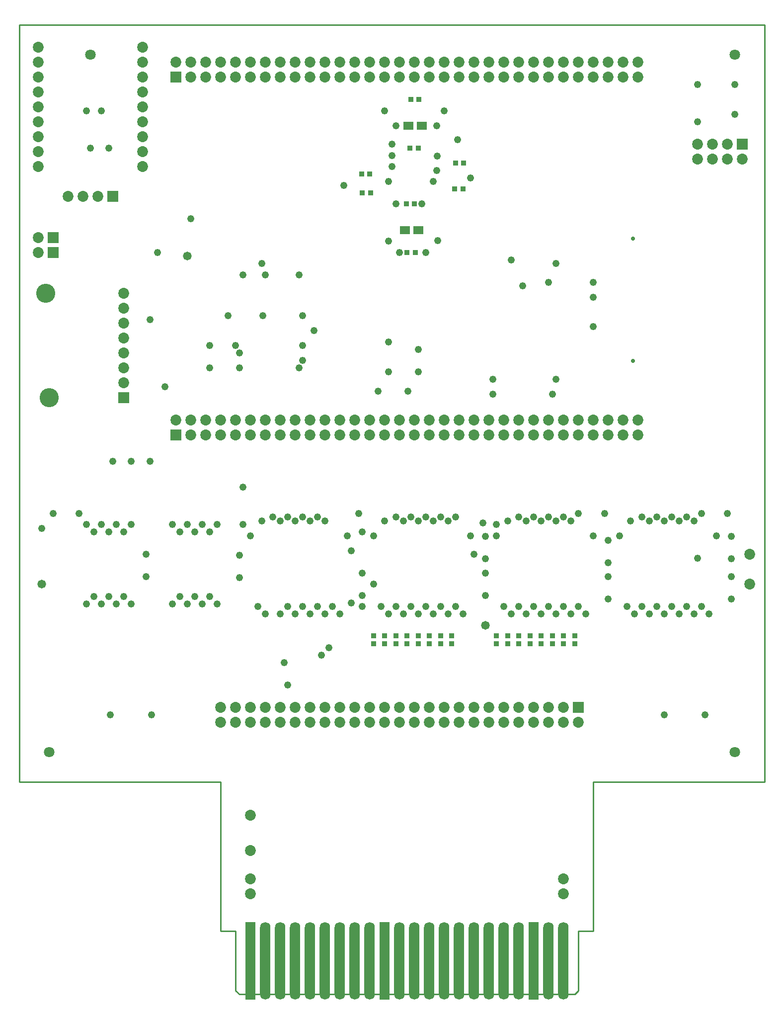
<source format=gbs>
G04*
G04 #@! TF.GenerationSoftware,Altium Limited,CircuitStudio,1.5.2 (30)*
G04*
G04 Layer_Color=39168*
%FSLAX25Y25*%
%MOIN*%
G70*
G01*
G75*
%ADD30C,0.01000*%
%ADD69R,0.07000X0.52000*%
%ADD70O,0.07000X0.52000*%
%ADD72R,0.03800X0.03800*%
%ADD73R,0.03800X0.03800*%
%ADD74R,0.06800X0.05800*%
%ADD75C,0.07300*%
%ADD76R,0.07300X0.07300*%
%ADD77C,0.02769*%
%ADD78C,0.12800*%
%ADD79R,0.07300X0.07300*%
%ADD80C,0.07100*%
%ADD81C,0.04800*%
%ADD82C,0.05800*%
D30*
X630000Y1112500D02*
X640000D01*
X630000Y1072500D02*
Y1112500D01*
X402500Y1070000D02*
X627500D01*
X400000Y1072500D02*
Y1112500D01*
X390000D02*
X400000D01*
X255000Y1720000D02*
X755000D01*
X255000Y1212500D02*
Y1720000D01*
X627500Y1070000D02*
X630000Y1072500D01*
X400000D02*
X402500Y1070000D01*
X255000Y1212500D02*
X390000D01*
X640000D02*
X755000D01*
X390000Y1112500D02*
Y1212500D01*
X640000Y1112500D02*
Y1212500D01*
X755000D02*
Y1720000D01*
D69*
X410000Y1092500D02*
D03*
X500000D02*
D03*
X600000D02*
D03*
D70*
X420000D02*
D03*
X430000D02*
D03*
X440000D02*
D03*
X450000D02*
D03*
X460000D02*
D03*
X470000D02*
D03*
X480000D02*
D03*
X490000D02*
D03*
X510000D02*
D03*
X520000D02*
D03*
X530000D02*
D03*
X540000D02*
D03*
X550000D02*
D03*
X560000D02*
D03*
X570000D02*
D03*
X580000D02*
D03*
X590000D02*
D03*
X610000D02*
D03*
X620000D02*
D03*
D72*
X575000Y1305000D02*
D03*
Y1310500D02*
D03*
X545000Y1305000D02*
D03*
Y1310500D02*
D03*
X537500Y1305000D02*
D03*
Y1310500D02*
D03*
X530000Y1305000D02*
D03*
Y1310500D02*
D03*
X522500Y1305000D02*
D03*
Y1310500D02*
D03*
X515000Y1305000D02*
D03*
Y1310500D02*
D03*
X507500Y1305000D02*
D03*
Y1310500D02*
D03*
X500000Y1305000D02*
D03*
Y1310500D02*
D03*
X492500Y1305000D02*
D03*
Y1310500D02*
D03*
X627500Y1305000D02*
D03*
Y1310500D02*
D03*
X620000Y1305000D02*
D03*
Y1310500D02*
D03*
X612500Y1305000D02*
D03*
Y1310500D02*
D03*
X605000Y1305000D02*
D03*
Y1310500D02*
D03*
X597500Y1305000D02*
D03*
Y1310500D02*
D03*
X590000Y1305000D02*
D03*
Y1310500D02*
D03*
X582500Y1305000D02*
D03*
Y1310500D02*
D03*
D73*
X517000Y1637500D02*
D03*
X522500D02*
D03*
X514500Y1600000D02*
D03*
X520000D02*
D03*
X490500Y1607500D02*
D03*
X485000D02*
D03*
X547000Y1610000D02*
D03*
X552500D02*
D03*
X520500Y1567500D02*
D03*
X515000D02*
D03*
X484500Y1620000D02*
D03*
X490000D02*
D03*
X553000Y1627500D02*
D03*
X547500D02*
D03*
X523000Y1670000D02*
D03*
X517500D02*
D03*
D74*
X522500Y1582500D02*
D03*
X513500D02*
D03*
X525000Y1652500D02*
D03*
X516000D02*
D03*
D75*
X710000Y1630000D02*
D03*
Y1640000D02*
D03*
X720000Y1630000D02*
D03*
Y1640000D02*
D03*
X730000Y1630000D02*
D03*
Y1640000D02*
D03*
X740000Y1630000D02*
D03*
X325000Y1540000D02*
D03*
Y1530000D02*
D03*
Y1520000D02*
D03*
Y1480000D02*
D03*
Y1490000D02*
D03*
Y1500000D02*
D03*
Y1510000D02*
D03*
X360000Y1695000D02*
D03*
X370000Y1685000D02*
D03*
Y1695000D02*
D03*
X380000Y1685000D02*
D03*
Y1695000D02*
D03*
X390000Y1685000D02*
D03*
Y1695000D02*
D03*
X400000Y1685000D02*
D03*
Y1695000D02*
D03*
X410000Y1685000D02*
D03*
Y1695000D02*
D03*
X420000Y1685000D02*
D03*
Y1695000D02*
D03*
X430000Y1685000D02*
D03*
Y1695000D02*
D03*
X440000Y1685000D02*
D03*
Y1695000D02*
D03*
X450000Y1685000D02*
D03*
Y1695000D02*
D03*
X460000Y1685000D02*
D03*
Y1695000D02*
D03*
X470000Y1685000D02*
D03*
Y1695000D02*
D03*
X480000Y1685000D02*
D03*
Y1695000D02*
D03*
X490000Y1685000D02*
D03*
Y1695000D02*
D03*
X500000Y1685000D02*
D03*
Y1695000D02*
D03*
X510000Y1685000D02*
D03*
Y1695000D02*
D03*
X520000Y1685000D02*
D03*
Y1695000D02*
D03*
X530000Y1685000D02*
D03*
Y1695000D02*
D03*
X540000Y1685000D02*
D03*
Y1695000D02*
D03*
X550000Y1685000D02*
D03*
Y1695000D02*
D03*
X560000Y1685000D02*
D03*
Y1695000D02*
D03*
X570000Y1685000D02*
D03*
Y1695000D02*
D03*
X580000Y1685000D02*
D03*
Y1695000D02*
D03*
X590000Y1685000D02*
D03*
Y1695000D02*
D03*
X600000Y1685000D02*
D03*
Y1695000D02*
D03*
X610000Y1685000D02*
D03*
Y1695000D02*
D03*
X620000Y1685000D02*
D03*
Y1695000D02*
D03*
X630000Y1685000D02*
D03*
Y1695000D02*
D03*
X640000Y1685000D02*
D03*
Y1695000D02*
D03*
X650000Y1685000D02*
D03*
Y1695000D02*
D03*
X660000Y1685000D02*
D03*
Y1695000D02*
D03*
X670000Y1685000D02*
D03*
Y1695000D02*
D03*
X360000Y1455000D02*
D03*
X370000Y1445000D02*
D03*
Y1455000D02*
D03*
X380000Y1445000D02*
D03*
Y1455000D02*
D03*
X390000Y1445000D02*
D03*
Y1455000D02*
D03*
X400000Y1445000D02*
D03*
Y1455000D02*
D03*
X410000Y1445000D02*
D03*
Y1455000D02*
D03*
X420000Y1445000D02*
D03*
Y1455000D02*
D03*
X430000Y1445000D02*
D03*
Y1455000D02*
D03*
X440000Y1445000D02*
D03*
Y1455000D02*
D03*
X450000Y1445000D02*
D03*
Y1455000D02*
D03*
X460000Y1445000D02*
D03*
Y1455000D02*
D03*
X470000Y1445000D02*
D03*
Y1455000D02*
D03*
X480000Y1445000D02*
D03*
Y1455000D02*
D03*
X490000Y1445000D02*
D03*
Y1455000D02*
D03*
X500000Y1445000D02*
D03*
Y1455000D02*
D03*
X510000Y1445000D02*
D03*
Y1455000D02*
D03*
X520000Y1445000D02*
D03*
Y1455000D02*
D03*
X530000Y1445000D02*
D03*
Y1455000D02*
D03*
X540000Y1445000D02*
D03*
Y1455000D02*
D03*
X550000Y1445000D02*
D03*
Y1455000D02*
D03*
X560000Y1445000D02*
D03*
Y1455000D02*
D03*
X570000Y1445000D02*
D03*
Y1455000D02*
D03*
X580000Y1445000D02*
D03*
Y1455000D02*
D03*
X590000Y1445000D02*
D03*
Y1455000D02*
D03*
X600000Y1445000D02*
D03*
Y1455000D02*
D03*
X610000Y1445000D02*
D03*
Y1455000D02*
D03*
X620000Y1445000D02*
D03*
Y1455000D02*
D03*
X630000Y1445000D02*
D03*
Y1455000D02*
D03*
X640000Y1445000D02*
D03*
Y1455000D02*
D03*
X650000Y1445000D02*
D03*
Y1455000D02*
D03*
X660000Y1445000D02*
D03*
Y1455000D02*
D03*
X670000Y1445000D02*
D03*
Y1455000D02*
D03*
X430000Y1252500D02*
D03*
Y1262500D02*
D03*
X440000Y1252500D02*
D03*
Y1262500D02*
D03*
X450000Y1252500D02*
D03*
Y1262500D02*
D03*
X460000Y1252500D02*
D03*
Y1262500D02*
D03*
X470000Y1252500D02*
D03*
Y1262500D02*
D03*
X480000Y1252500D02*
D03*
Y1262500D02*
D03*
X490000Y1252500D02*
D03*
Y1262500D02*
D03*
X500000Y1252500D02*
D03*
Y1262500D02*
D03*
X510000Y1252500D02*
D03*
Y1262500D02*
D03*
X520000Y1252500D02*
D03*
Y1262500D02*
D03*
X530000Y1252500D02*
D03*
Y1262500D02*
D03*
X540000Y1252500D02*
D03*
Y1262500D02*
D03*
X550000Y1252500D02*
D03*
Y1262500D02*
D03*
X560000Y1252500D02*
D03*
Y1262500D02*
D03*
X570000Y1252500D02*
D03*
Y1262500D02*
D03*
X580000Y1252500D02*
D03*
Y1262500D02*
D03*
X590000Y1252500D02*
D03*
Y1262500D02*
D03*
X600000Y1252500D02*
D03*
Y1262500D02*
D03*
X610000Y1252500D02*
D03*
Y1262500D02*
D03*
X410000Y1252500D02*
D03*
Y1262500D02*
D03*
X420000Y1252500D02*
D03*
Y1262500D02*
D03*
X390000Y1252500D02*
D03*
Y1262500D02*
D03*
X400000Y1252500D02*
D03*
Y1262500D02*
D03*
X620000Y1252500D02*
D03*
Y1262500D02*
D03*
X630000Y1252500D02*
D03*
X267500Y1567500D02*
D03*
X307500Y1605000D02*
D03*
X297500D02*
D03*
X287500D02*
D03*
X337500Y1625000D02*
D03*
Y1635000D02*
D03*
Y1645000D02*
D03*
Y1655000D02*
D03*
Y1665000D02*
D03*
Y1675000D02*
D03*
Y1685000D02*
D03*
Y1695000D02*
D03*
Y1705000D02*
D03*
X267500Y1625000D02*
D03*
Y1635000D02*
D03*
Y1645000D02*
D03*
Y1655000D02*
D03*
Y1665000D02*
D03*
Y1675000D02*
D03*
Y1685000D02*
D03*
Y1695000D02*
D03*
Y1705000D02*
D03*
Y1577500D02*
D03*
X745000Y1345000D02*
D03*
Y1365000D02*
D03*
X410000Y1190000D02*
D03*
Y1166378D02*
D03*
X620000Y1147500D02*
D03*
Y1137500D02*
D03*
X410000D02*
D03*
Y1147500D02*
D03*
D76*
X740000Y1640000D02*
D03*
X325000Y1470000D02*
D03*
X360000Y1685000D02*
D03*
Y1445000D02*
D03*
X630000Y1262500D02*
D03*
X317500Y1605000D02*
D03*
D77*
X666486Y1494724D02*
D03*
Y1576910D02*
D03*
D78*
X272500Y1540000D02*
D03*
X275000Y1470000D02*
D03*
D79*
X277500Y1567500D02*
D03*
Y1577500D02*
D03*
D80*
X735000Y1700000D02*
D03*
X735000Y1232500D02*
D03*
X275000D02*
D03*
X302500Y1700000D02*
D03*
D81*
X522500Y1487500D02*
D03*
X515500Y1474500D02*
D03*
X502500Y1507500D02*
D03*
Y1487500D02*
D03*
X352500Y1477500D02*
D03*
X537500Y1330000D02*
D03*
X532500Y1325000D02*
D03*
X527500Y1330000D02*
D03*
X522500Y1325000D02*
D03*
X517500Y1330000D02*
D03*
X512500Y1325000D02*
D03*
X507500Y1330000D02*
D03*
X502500Y1325000D02*
D03*
X620000Y1330000D02*
D03*
X615000Y1325000D02*
D03*
X610000Y1330000D02*
D03*
X605000Y1325000D02*
D03*
X600000Y1330000D02*
D03*
X595000Y1325000D02*
D03*
X590000Y1330000D02*
D03*
X585000Y1325000D02*
D03*
X612500Y1472500D02*
D03*
X615000Y1482500D02*
D03*
X405000Y1552500D02*
D03*
X420000D02*
D03*
X417500Y1560000D02*
D03*
X442480Y1552520D02*
D03*
X522500Y1502500D02*
D03*
X495500Y1474500D02*
D03*
X342500Y1522500D02*
D03*
X382500Y1490000D02*
D03*
X370000Y1590000D02*
D03*
X347500Y1567500D02*
D03*
X735000Y1680000D02*
D03*
X710000D02*
D03*
X735000Y1660000D02*
D03*
X710000Y1655000D02*
D03*
X472500Y1612500D02*
D03*
X557500Y1617500D02*
D03*
X525000Y1600000D02*
D03*
X507500D02*
D03*
X527500Y1567500D02*
D03*
X510000D02*
D03*
X500000Y1662500D02*
D03*
X507500Y1652500D02*
D03*
X505000Y1640000D02*
D03*
Y1632500D02*
D03*
Y1625000D02*
D03*
X502500Y1615000D02*
D03*
Y1575000D02*
D03*
X535610Y1575610D02*
D03*
X532500Y1615000D02*
D03*
X549000Y1643000D02*
D03*
X535000Y1622500D02*
D03*
X535197Y1632303D02*
D03*
X535000Y1652500D02*
D03*
X540000Y1662500D02*
D03*
X580000Y1330000D02*
D03*
X662500D02*
D03*
X667500Y1325000D02*
D03*
X672500Y1330000D02*
D03*
X677500Y1325000D02*
D03*
X682500Y1330000D02*
D03*
X687500Y1325000D02*
D03*
X692500Y1330000D02*
D03*
X697500Y1325000D02*
D03*
X702500Y1330000D02*
D03*
X707500Y1325000D02*
D03*
X712500Y1330000D02*
D03*
X625000Y1325000D02*
D03*
X630000Y1330000D02*
D03*
X547500D02*
D03*
X542500Y1325000D02*
D03*
X497500Y1330000D02*
D03*
X465000D02*
D03*
X460000Y1325000D02*
D03*
X455000Y1330000D02*
D03*
X450000Y1325000D02*
D03*
X445000Y1330000D02*
D03*
X440000Y1325000D02*
D03*
X435000Y1330000D02*
D03*
X430000Y1325000D02*
D03*
X420000D02*
D03*
X415000Y1330000D02*
D03*
X382500Y1336878D02*
D03*
X377500Y1331878D02*
D03*
X372500Y1336878D02*
D03*
X367500Y1331878D02*
D03*
X362500Y1336878D02*
D03*
X357500Y1331878D02*
D03*
X462500Y1302500D02*
D03*
X457500Y1297500D02*
D03*
X432500Y1292500D02*
D03*
X382500Y1380000D02*
D03*
X387500Y1385000D02*
D03*
X372500Y1380000D02*
D03*
X367500Y1385000D02*
D03*
X362500Y1380000D02*
D03*
X357500Y1385000D02*
D03*
X435000Y1277500D02*
D03*
X295000Y1392500D02*
D03*
X377500Y1385000D02*
D03*
X325000Y1380000D02*
D03*
X330000Y1385000D02*
D03*
X320000D02*
D03*
X315000Y1380000D02*
D03*
X310000Y1385000D02*
D03*
X305000Y1380000D02*
D03*
X300000Y1385000D02*
D03*
X305000Y1336878D02*
D03*
X310000Y1331878D02*
D03*
X320000D02*
D03*
X325000Y1336878D02*
D03*
X485000Y1352500D02*
D03*
X492500Y1345000D02*
D03*
X477500Y1332500D02*
D03*
X485000Y1330000D02*
D03*
X340000Y1365000D02*
D03*
X270000Y1382500D02*
D03*
X567500Y1352500D02*
D03*
Y1362000D02*
D03*
X650000Y1350000D02*
D03*
Y1359500D02*
D03*
X732500Y1362000D02*
D03*
Y1350000D02*
D03*
X730000Y1392500D02*
D03*
X665000Y1387500D02*
D03*
X657500Y1377500D02*
D03*
X575000D02*
D03*
X582500Y1387500D02*
D03*
X647500Y1392500D02*
D03*
X500000Y1387500D02*
D03*
X492500Y1377500D02*
D03*
X417500Y1387500D02*
D03*
X410000Y1377500D02*
D03*
X482500Y1392500D02*
D03*
X405000Y1385000D02*
D03*
X575000D02*
D03*
X315000Y1336878D02*
D03*
X300000Y1331878D02*
D03*
X672500Y1390000D02*
D03*
X677500Y1387500D02*
D03*
X682500Y1390000D02*
D03*
X687500Y1387500D02*
D03*
X692500Y1390000D02*
D03*
X697500Y1387500D02*
D03*
X702500Y1390000D02*
D03*
X707500Y1387500D02*
D03*
X712500Y1392500D02*
D03*
X590000Y1390000D02*
D03*
X595000Y1387500D02*
D03*
X600000Y1390000D02*
D03*
X605000Y1387500D02*
D03*
X610000Y1390000D02*
D03*
X615000Y1387500D02*
D03*
X620000Y1390000D02*
D03*
X625000Y1387500D02*
D03*
X630000Y1392500D02*
D03*
X507500Y1390000D02*
D03*
X512500Y1387500D02*
D03*
X517500Y1390000D02*
D03*
X522500Y1387500D02*
D03*
X527500Y1390000D02*
D03*
X532500Y1387500D02*
D03*
X537500Y1390000D02*
D03*
X542500Y1387500D02*
D03*
X547500Y1390000D02*
D03*
X425000D02*
D03*
X430000Y1387500D02*
D03*
X435000Y1390000D02*
D03*
X440000Y1387500D02*
D03*
X445000Y1390000D02*
D03*
X450000Y1387500D02*
D03*
X455000Y1390000D02*
D03*
X460000Y1387500D02*
D03*
X442500Y1490000D02*
D03*
X445000Y1495000D02*
D03*
X418250Y1525000D02*
D03*
X687500Y1257500D02*
D03*
X343500D02*
D03*
X402500Y1364500D02*
D03*
X477500Y1367500D02*
D03*
X315000Y1637500D02*
D03*
X300000Y1662500D02*
D03*
X572500Y1472500D02*
D03*
Y1482500D02*
D03*
X615000Y1560000D02*
D03*
X610000Y1547500D02*
D03*
X592500Y1545000D02*
D03*
X585000Y1562500D02*
D03*
X402500Y1349500D02*
D03*
X316000Y1257500D02*
D03*
X715000D02*
D03*
X732500Y1335000D02*
D03*
X650000D02*
D03*
X567500Y1337500D02*
D03*
X340000Y1350000D02*
D03*
X485000Y1337500D02*
D03*
X330000Y1331878D02*
D03*
X387500D02*
D03*
X470000Y1325000D02*
D03*
X552500D02*
D03*
X635000D02*
D03*
X717500D02*
D03*
X710000Y1362500D02*
D03*
X310000Y1662500D02*
D03*
X302500Y1637500D02*
D03*
X382500Y1505000D02*
D03*
X485000Y1380000D02*
D03*
X405000Y1410000D02*
D03*
X560000Y1365000D02*
D03*
X445000Y1525000D02*
D03*
X395000D02*
D03*
X445000Y1505000D02*
D03*
X566000Y1386000D02*
D03*
X475000Y1377500D02*
D03*
X557500D02*
D03*
X640000D02*
D03*
X722500D02*
D03*
X732500Y1377000D02*
D03*
X650000Y1374500D02*
D03*
X567500Y1377000D02*
D03*
X317500Y1427500D02*
D03*
X342500D02*
D03*
X330000D02*
D03*
X277500Y1392500D02*
D03*
X640118Y1547382D02*
D03*
X640039Y1537539D02*
D03*
X640118Y1517854D02*
D03*
X402500Y1490000D02*
D03*
X400000Y1505000D02*
D03*
X402500Y1500000D02*
D03*
X452500Y1515000D02*
D03*
D82*
X367500Y1565000D02*
D03*
X270000Y1345000D02*
D03*
X567500Y1317500D02*
D03*
M02*

</source>
